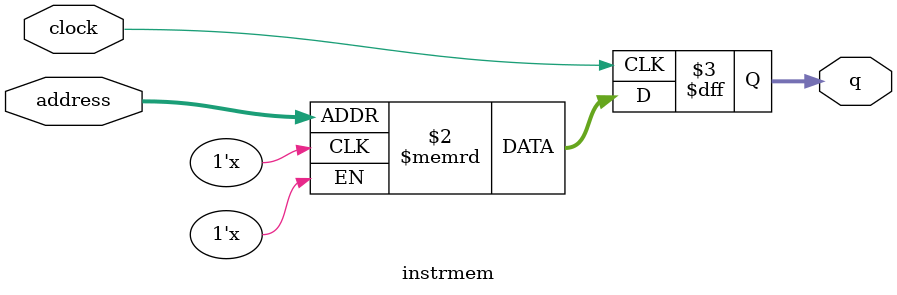
<source format=v>
module instrmem (
	address,
	clock,
	q);
input[7:0] address;
input clock;
output[31:0] q;
reg [31:0] q;
reg [31:0] memory[0:256];
always @(posedge clock)
begin
	q = memory[address];
end
endmodule

</source>
